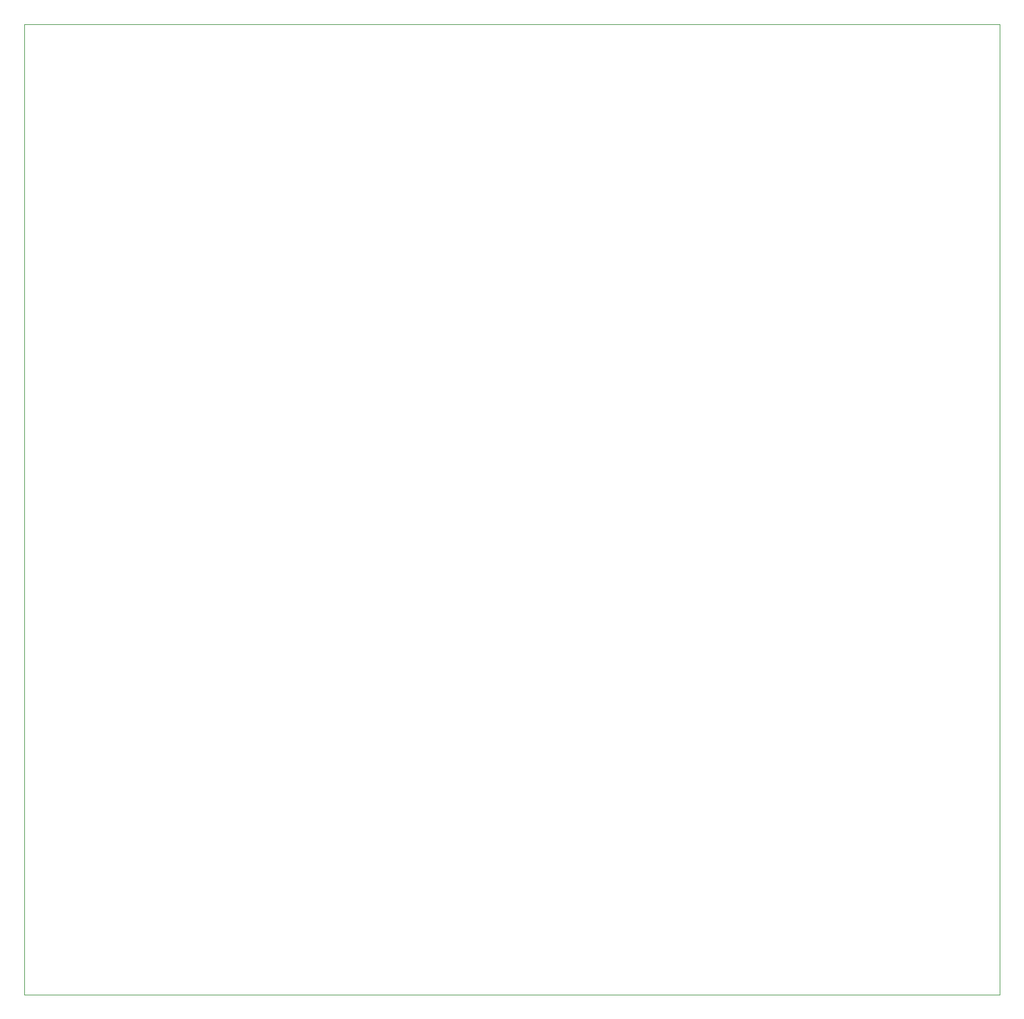
<source format=gbr>
%TF.GenerationSoftware,KiCad,Pcbnew,9.0.4*%
%TF.CreationDate,2025-10-06T13:07:05+13:00*%
%TF.ProjectId,sigProc_esfgrid_cct_IA,73696750-726f-4635-9f65-736667726964,rev?*%
%TF.SameCoordinates,Original*%
%TF.FileFunction,Profile,NP*%
%FSLAX46Y46*%
G04 Gerber Fmt 4.6, Leading zero omitted, Abs format (unit mm)*
G04 Created by KiCad (PCBNEW 9.0.4) date 2025-10-06 13:07:05*
%MOMM*%
%LPD*%
G01*
G04 APERTURE LIST*
%TA.AperFunction,Profile*%
%ADD10C,0.050000*%
%TD*%
G04 APERTURE END LIST*
D10*
X121387960Y-38619986D02*
X257282960Y-38619986D01*
X257282960Y-173970000D01*
X121387960Y-173970000D01*
X121387960Y-38619986D01*
M02*

</source>
